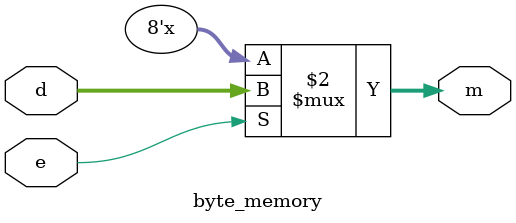
<source format=v>
module byte_memory(
    input [7:0] d,
    input e,
    output reg [7:0] m
);

    always @(e, d) begin
        if (e)
            m <= d;
    end
    
endmodule

</source>
